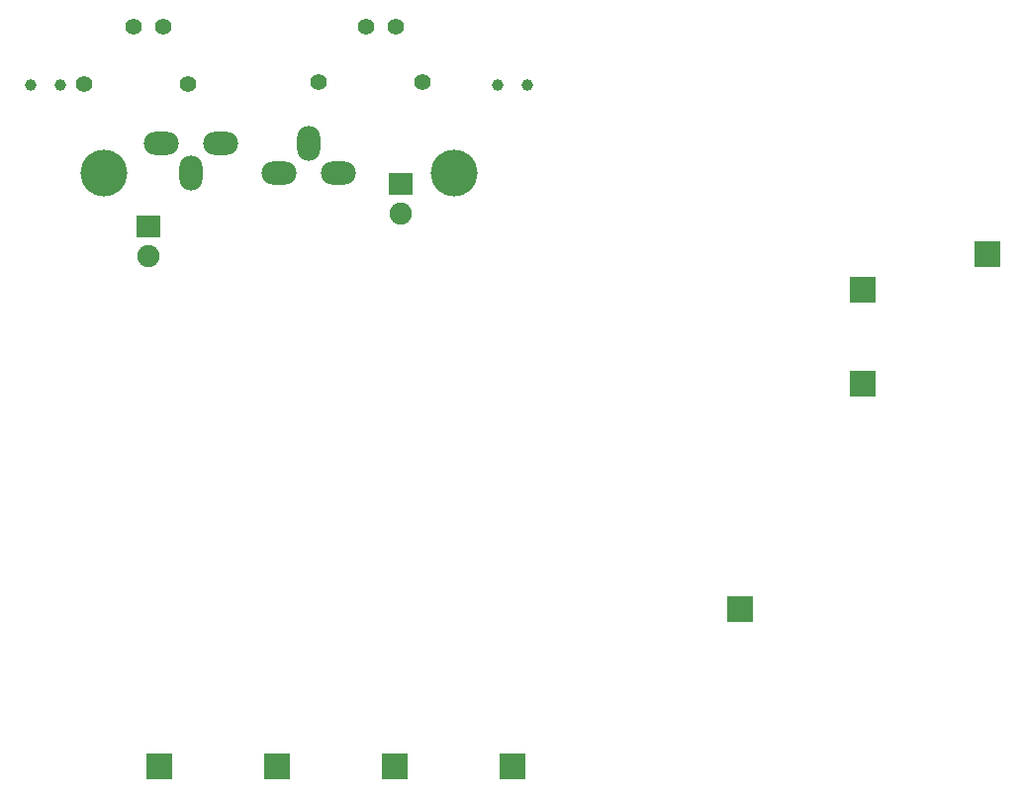
<source format=gbr>
G04 #@! TF.FileFunction,Copper,L2,Bot,Signal*
%FSLAX46Y46*%
G04 Gerber Fmt 4.6, Leading zero omitted, Abs format (unit mm)*
G04 Created by KiCad (PCBNEW 4.0.3+e1-6302~38~ubuntu14.04.1-stable) date Sun Aug 28 01:37:35 2016*
%MOMM*%
%LPD*%
G01*
G04 APERTURE LIST*
%ADD10C,0.100000*%
%ADD11R,2.000000X1.900000*%
%ADD12C,1.900000*%
%ADD13C,1.000000*%
%ADD14R,2.235200X2.235200*%
%ADD15C,1.397000*%
%ADD16C,4.000000*%
%ADD17O,1.998980X2.999740*%
%ADD18O,2.999740X1.998980*%
G04 APERTURE END LIST*
D10*
D11*
X160451800Y-83464400D03*
D12*
X160451800Y-86004400D03*
D11*
X138836400Y-87147400D03*
D12*
X138836400Y-89687400D03*
D13*
X171270000Y-75000000D03*
X168730000Y-75000000D03*
X131270000Y-75000000D03*
X128730000Y-75000000D03*
D14*
X189513333Y-119845000D03*
X149873333Y-133305000D03*
X210623333Y-89465000D03*
X159933333Y-133305000D03*
X139813333Y-133305000D03*
X199943333Y-92555000D03*
X199943333Y-100605000D03*
X169993333Y-133305000D03*
D15*
X137540000Y-70000000D03*
X140080000Y-70000000D03*
X153416000Y-74777600D03*
X162306000Y-74777600D03*
X160000000Y-70000000D03*
X157460000Y-70000000D03*
X133375400Y-74930000D03*
X142265400Y-74930000D03*
D16*
X135000000Y-82500000D03*
X165000000Y-82500000D03*
D17*
X152540000Y-79960000D03*
D18*
X150000000Y-82500000D03*
X155080000Y-82500000D03*
D17*
X142460000Y-82540000D03*
D18*
X145000000Y-80000000D03*
X139920000Y-80000000D03*
M02*

</source>
